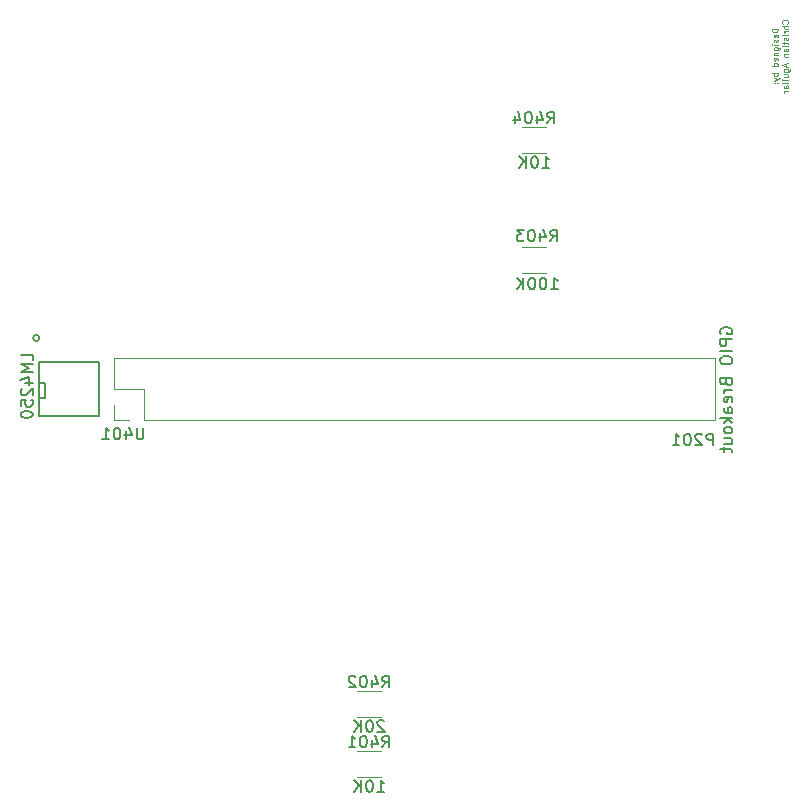
<source format=gbr>
G04 #@! TF.FileFunction,Legend,Bot*
%FSLAX46Y46*%
G04 Gerber Fmt 4.6, Leading zero omitted, Abs format (unit mm)*
G04 Created by KiCad (PCBNEW 4.0.4-stable) date 04/16/17 22:08:56*
%MOMM*%
%LPD*%
G01*
G04 APERTURE LIST*
%ADD10C,0.100000*%
%ADD11C,0.125000*%
%ADD12C,0.200000*%
%ADD13C,0.120000*%
%ADD14C,0.150000*%
G04 APERTURE END LIST*
D10*
D11*
X181906690Y-41910287D02*
X181406690Y-41910287D01*
X181406690Y-42029334D01*
X181430500Y-42100763D01*
X181478119Y-42148382D01*
X181525738Y-42172191D01*
X181620976Y-42196001D01*
X181692405Y-42196001D01*
X181787643Y-42172191D01*
X181835262Y-42148382D01*
X181882881Y-42100763D01*
X181906690Y-42029334D01*
X181906690Y-41910287D01*
X181882881Y-42600763D02*
X181906690Y-42553144D01*
X181906690Y-42457906D01*
X181882881Y-42410287D01*
X181835262Y-42386477D01*
X181644786Y-42386477D01*
X181597167Y-42410287D01*
X181573357Y-42457906D01*
X181573357Y-42553144D01*
X181597167Y-42600763D01*
X181644786Y-42624572D01*
X181692405Y-42624572D01*
X181740024Y-42386477D01*
X181882881Y-42815048D02*
X181906690Y-42862667D01*
X181906690Y-42957905D01*
X181882881Y-43005524D01*
X181835262Y-43029334D01*
X181811452Y-43029334D01*
X181763833Y-43005524D01*
X181740024Y-42957905D01*
X181740024Y-42886477D01*
X181716214Y-42838858D01*
X181668595Y-42815048D01*
X181644786Y-42815048D01*
X181597167Y-42838858D01*
X181573357Y-42886477D01*
X181573357Y-42957905D01*
X181597167Y-43005524D01*
X181906690Y-43243620D02*
X181573357Y-43243620D01*
X181406690Y-43243620D02*
X181430500Y-43219810D01*
X181454310Y-43243620D01*
X181430500Y-43267429D01*
X181406690Y-43243620D01*
X181454310Y-43243620D01*
X181573357Y-43696000D02*
X181978119Y-43696000D01*
X182025738Y-43672191D01*
X182049548Y-43648381D01*
X182073357Y-43600762D01*
X182073357Y-43529334D01*
X182049548Y-43481715D01*
X181882881Y-43696000D02*
X181906690Y-43648381D01*
X181906690Y-43553143D01*
X181882881Y-43505524D01*
X181859071Y-43481715D01*
X181811452Y-43457905D01*
X181668595Y-43457905D01*
X181620976Y-43481715D01*
X181597167Y-43505524D01*
X181573357Y-43553143D01*
X181573357Y-43648381D01*
X181597167Y-43696000D01*
X181573357Y-43934096D02*
X181906690Y-43934096D01*
X181620976Y-43934096D02*
X181597167Y-43957905D01*
X181573357Y-44005524D01*
X181573357Y-44076953D01*
X181597167Y-44124572D01*
X181644786Y-44148381D01*
X181906690Y-44148381D01*
X181882881Y-44576953D02*
X181906690Y-44529334D01*
X181906690Y-44434096D01*
X181882881Y-44386477D01*
X181835262Y-44362667D01*
X181644786Y-44362667D01*
X181597167Y-44386477D01*
X181573357Y-44434096D01*
X181573357Y-44529334D01*
X181597167Y-44576953D01*
X181644786Y-44600762D01*
X181692405Y-44600762D01*
X181740024Y-44362667D01*
X181906690Y-45029333D02*
X181406690Y-45029333D01*
X181882881Y-45029333D02*
X181906690Y-44981714D01*
X181906690Y-44886476D01*
X181882881Y-44838857D01*
X181859071Y-44815048D01*
X181811452Y-44791238D01*
X181668595Y-44791238D01*
X181620976Y-44815048D01*
X181597167Y-44838857D01*
X181573357Y-44886476D01*
X181573357Y-44981714D01*
X181597167Y-45029333D01*
X181906690Y-45648381D02*
X181406690Y-45648381D01*
X181597167Y-45648381D02*
X181573357Y-45696000D01*
X181573357Y-45791238D01*
X181597167Y-45838857D01*
X181620976Y-45862666D01*
X181668595Y-45886476D01*
X181811452Y-45886476D01*
X181859071Y-45862666D01*
X181882881Y-45838857D01*
X181906690Y-45791238D01*
X181906690Y-45696000D01*
X181882881Y-45648381D01*
X181573357Y-46053143D02*
X181906690Y-46172190D01*
X181573357Y-46291238D02*
X181906690Y-46172190D01*
X182025738Y-46124571D01*
X182049548Y-46100762D01*
X182073357Y-46053143D01*
X181859071Y-46481714D02*
X181882881Y-46505523D01*
X181906690Y-46481714D01*
X181882881Y-46457904D01*
X181859071Y-46481714D01*
X181906690Y-46481714D01*
X181597167Y-46481714D02*
X181620976Y-46505523D01*
X181644786Y-46481714D01*
X181620976Y-46457904D01*
X181597167Y-46481714D01*
X181644786Y-46481714D01*
X182734071Y-41446001D02*
X182757881Y-41422191D01*
X182781690Y-41350763D01*
X182781690Y-41303144D01*
X182757881Y-41231715D01*
X182710262Y-41184096D01*
X182662643Y-41160287D01*
X182567405Y-41136477D01*
X182495976Y-41136477D01*
X182400738Y-41160287D01*
X182353119Y-41184096D01*
X182305500Y-41231715D01*
X182281690Y-41303144D01*
X182281690Y-41350763D01*
X182305500Y-41422191D01*
X182329310Y-41446001D01*
X182781690Y-41660287D02*
X182281690Y-41660287D01*
X182781690Y-41874572D02*
X182519786Y-41874572D01*
X182472167Y-41850763D01*
X182448357Y-41803144D01*
X182448357Y-41731715D01*
X182472167Y-41684096D01*
X182495976Y-41660287D01*
X182781690Y-42112668D02*
X182448357Y-42112668D01*
X182543595Y-42112668D02*
X182495976Y-42136477D01*
X182472167Y-42160287D01*
X182448357Y-42207906D01*
X182448357Y-42255525D01*
X182781690Y-42422192D02*
X182448357Y-42422192D01*
X182281690Y-42422192D02*
X182305500Y-42398382D01*
X182329310Y-42422192D01*
X182305500Y-42446001D01*
X182281690Y-42422192D01*
X182329310Y-42422192D01*
X182757881Y-42636477D02*
X182781690Y-42684096D01*
X182781690Y-42779334D01*
X182757881Y-42826953D01*
X182710262Y-42850763D01*
X182686452Y-42850763D01*
X182638833Y-42826953D01*
X182615024Y-42779334D01*
X182615024Y-42707906D01*
X182591214Y-42660287D01*
X182543595Y-42636477D01*
X182519786Y-42636477D01*
X182472167Y-42660287D01*
X182448357Y-42707906D01*
X182448357Y-42779334D01*
X182472167Y-42826953D01*
X182448357Y-42993620D02*
X182448357Y-43184096D01*
X182281690Y-43065049D02*
X182710262Y-43065049D01*
X182757881Y-43088858D01*
X182781690Y-43136477D01*
X182781690Y-43184096D01*
X182781690Y-43350763D02*
X182448357Y-43350763D01*
X182281690Y-43350763D02*
X182305500Y-43326953D01*
X182329310Y-43350763D01*
X182305500Y-43374572D01*
X182281690Y-43350763D01*
X182329310Y-43350763D01*
X182781690Y-43803143D02*
X182519786Y-43803143D01*
X182472167Y-43779334D01*
X182448357Y-43731715D01*
X182448357Y-43636477D01*
X182472167Y-43588858D01*
X182757881Y-43803143D02*
X182781690Y-43755524D01*
X182781690Y-43636477D01*
X182757881Y-43588858D01*
X182710262Y-43565048D01*
X182662643Y-43565048D01*
X182615024Y-43588858D01*
X182591214Y-43636477D01*
X182591214Y-43755524D01*
X182567405Y-43803143D01*
X182448357Y-44041239D02*
X182781690Y-44041239D01*
X182495976Y-44041239D02*
X182472167Y-44065048D01*
X182448357Y-44112667D01*
X182448357Y-44184096D01*
X182472167Y-44231715D01*
X182519786Y-44255524D01*
X182781690Y-44255524D01*
X182638833Y-44850762D02*
X182638833Y-45088857D01*
X182781690Y-44803143D02*
X182281690Y-44969810D01*
X182781690Y-45136476D01*
X182448357Y-45517428D02*
X182853119Y-45517428D01*
X182900738Y-45493619D01*
X182924548Y-45469809D01*
X182948357Y-45422190D01*
X182948357Y-45350762D01*
X182924548Y-45303143D01*
X182757881Y-45517428D02*
X182781690Y-45469809D01*
X182781690Y-45374571D01*
X182757881Y-45326952D01*
X182734071Y-45303143D01*
X182686452Y-45279333D01*
X182543595Y-45279333D01*
X182495976Y-45303143D01*
X182472167Y-45326952D01*
X182448357Y-45374571D01*
X182448357Y-45469809D01*
X182472167Y-45517428D01*
X182448357Y-45969809D02*
X182781690Y-45969809D01*
X182448357Y-45755524D02*
X182710262Y-45755524D01*
X182757881Y-45779333D01*
X182781690Y-45826952D01*
X182781690Y-45898381D01*
X182757881Y-45946000D01*
X182734071Y-45969809D01*
X182781690Y-46207905D02*
X182448357Y-46207905D01*
X182281690Y-46207905D02*
X182305500Y-46184095D01*
X182329310Y-46207905D01*
X182305500Y-46231714D01*
X182281690Y-46207905D01*
X182329310Y-46207905D01*
X182781690Y-46517428D02*
X182757881Y-46469809D01*
X182710262Y-46446000D01*
X182281690Y-46446000D01*
X182781690Y-46922190D02*
X182519786Y-46922190D01*
X182472167Y-46898381D01*
X182448357Y-46850762D01*
X182448357Y-46755524D01*
X182472167Y-46707905D01*
X182757881Y-46922190D02*
X182781690Y-46874571D01*
X182781690Y-46755524D01*
X182757881Y-46707905D01*
X182710262Y-46684095D01*
X182662643Y-46684095D01*
X182615024Y-46707905D01*
X182591214Y-46755524D01*
X182591214Y-46874571D01*
X182567405Y-46922190D01*
X182781690Y-47160286D02*
X182448357Y-47160286D01*
X182543595Y-47160286D02*
X182495976Y-47184095D01*
X182472167Y-47207905D01*
X182448357Y-47255524D01*
X182448357Y-47303143D01*
D12*
X119380000Y-68072000D02*
G75*
G03X119380000Y-68072000I-254000J0D01*
G01*
D13*
X128270000Y-74990000D02*
X176590000Y-74990000D01*
X176590000Y-74990000D02*
X176590000Y-69790000D01*
X176590000Y-69790000D02*
X125670000Y-69790000D01*
X125670000Y-69790000D02*
X125670000Y-72390000D01*
X125670000Y-72390000D02*
X128270000Y-72390000D01*
X128270000Y-72390000D02*
X128270000Y-74990000D01*
X127000000Y-74990000D02*
X125670000Y-74990000D01*
X125670000Y-74990000D02*
X125670000Y-73720000D01*
X146320000Y-105210000D02*
X148320000Y-105210000D01*
X148320000Y-103070000D02*
X146320000Y-103070000D01*
X146320000Y-100130000D02*
X148320000Y-100130000D01*
X148320000Y-97990000D02*
X146320000Y-97990000D01*
X162290000Y-60398000D02*
X160290000Y-60398000D01*
X160290000Y-62538000D02*
X162290000Y-62538000D01*
X160290000Y-52378000D02*
X162290000Y-52378000D01*
X162290000Y-50238000D02*
X160290000Y-50238000D01*
D14*
X119380000Y-74676000D02*
X124460000Y-74676000D01*
X124460000Y-74676000D02*
X124460000Y-70104000D01*
X124460000Y-70104000D02*
X119380000Y-70104000D01*
X119380000Y-70104000D02*
X119380000Y-74676000D01*
X119380000Y-73152000D02*
X119888000Y-73152000D01*
X119888000Y-73152000D02*
X119888000Y-71882000D01*
X119888000Y-71882000D02*
X119380000Y-71882000D01*
X176442476Y-77160381D02*
X176442476Y-76160381D01*
X176061523Y-76160381D01*
X175966285Y-76208000D01*
X175918666Y-76255619D01*
X175871047Y-76350857D01*
X175871047Y-76493714D01*
X175918666Y-76588952D01*
X175966285Y-76636571D01*
X176061523Y-76684190D01*
X176442476Y-76684190D01*
X175490095Y-76255619D02*
X175442476Y-76208000D01*
X175347238Y-76160381D01*
X175109142Y-76160381D01*
X175013904Y-76208000D01*
X174966285Y-76255619D01*
X174918666Y-76350857D01*
X174918666Y-76446095D01*
X174966285Y-76588952D01*
X175537714Y-77160381D01*
X174918666Y-77160381D01*
X174299619Y-76160381D02*
X174204380Y-76160381D01*
X174109142Y-76208000D01*
X174061523Y-76255619D01*
X174013904Y-76350857D01*
X173966285Y-76541333D01*
X173966285Y-76779429D01*
X174013904Y-76969905D01*
X174061523Y-77065143D01*
X174109142Y-77112762D01*
X174204380Y-77160381D01*
X174299619Y-77160381D01*
X174394857Y-77112762D01*
X174442476Y-77065143D01*
X174490095Y-76969905D01*
X174537714Y-76779429D01*
X174537714Y-76541333D01*
X174490095Y-76350857D01*
X174442476Y-76255619D01*
X174394857Y-76208000D01*
X174299619Y-76160381D01*
X173013904Y-77160381D02*
X173585333Y-77160381D01*
X173299619Y-77160381D02*
X173299619Y-76160381D01*
X173394857Y-76303238D01*
X173490095Y-76398476D01*
X173585333Y-76446095D01*
X177090000Y-67723333D02*
X177042381Y-67628095D01*
X177042381Y-67485238D01*
X177090000Y-67342380D01*
X177185238Y-67247142D01*
X177280476Y-67199523D01*
X177470952Y-67151904D01*
X177613810Y-67151904D01*
X177804286Y-67199523D01*
X177899524Y-67247142D01*
X177994762Y-67342380D01*
X178042381Y-67485238D01*
X178042381Y-67580476D01*
X177994762Y-67723333D01*
X177947143Y-67770952D01*
X177613810Y-67770952D01*
X177613810Y-67580476D01*
X178042381Y-68199523D02*
X177042381Y-68199523D01*
X177042381Y-68580476D01*
X177090000Y-68675714D01*
X177137619Y-68723333D01*
X177232857Y-68770952D01*
X177375714Y-68770952D01*
X177470952Y-68723333D01*
X177518571Y-68675714D01*
X177566190Y-68580476D01*
X177566190Y-68199523D01*
X178042381Y-69199523D02*
X177042381Y-69199523D01*
X177042381Y-69866189D02*
X177042381Y-70056666D01*
X177090000Y-70151904D01*
X177185238Y-70247142D01*
X177375714Y-70294761D01*
X177709048Y-70294761D01*
X177899524Y-70247142D01*
X177994762Y-70151904D01*
X178042381Y-70056666D01*
X178042381Y-69866189D01*
X177994762Y-69770951D01*
X177899524Y-69675713D01*
X177709048Y-69628094D01*
X177375714Y-69628094D01*
X177185238Y-69675713D01*
X177090000Y-69770951D01*
X177042381Y-69866189D01*
X177518571Y-71818571D02*
X177566190Y-71961428D01*
X177613810Y-72009047D01*
X177709048Y-72056666D01*
X177851905Y-72056666D01*
X177947143Y-72009047D01*
X177994762Y-71961428D01*
X178042381Y-71866190D01*
X178042381Y-71485237D01*
X177042381Y-71485237D01*
X177042381Y-71818571D01*
X177090000Y-71913809D01*
X177137619Y-71961428D01*
X177232857Y-72009047D01*
X177328095Y-72009047D01*
X177423333Y-71961428D01*
X177470952Y-71913809D01*
X177518571Y-71818571D01*
X177518571Y-71485237D01*
X178042381Y-72485237D02*
X177375714Y-72485237D01*
X177566190Y-72485237D02*
X177470952Y-72532856D01*
X177423333Y-72580475D01*
X177375714Y-72675713D01*
X177375714Y-72770952D01*
X177994762Y-73485238D02*
X178042381Y-73390000D01*
X178042381Y-73199523D01*
X177994762Y-73104285D01*
X177899524Y-73056666D01*
X177518571Y-73056666D01*
X177423333Y-73104285D01*
X177375714Y-73199523D01*
X177375714Y-73390000D01*
X177423333Y-73485238D01*
X177518571Y-73532857D01*
X177613810Y-73532857D01*
X177709048Y-73056666D01*
X178042381Y-74390000D02*
X177518571Y-74390000D01*
X177423333Y-74342381D01*
X177375714Y-74247143D01*
X177375714Y-74056666D01*
X177423333Y-73961428D01*
X177994762Y-74390000D02*
X178042381Y-74294762D01*
X178042381Y-74056666D01*
X177994762Y-73961428D01*
X177899524Y-73913809D01*
X177804286Y-73913809D01*
X177709048Y-73961428D01*
X177661429Y-74056666D01*
X177661429Y-74294762D01*
X177613810Y-74390000D01*
X178042381Y-74866190D02*
X177042381Y-74866190D01*
X177661429Y-74961428D02*
X178042381Y-75247143D01*
X177375714Y-75247143D02*
X177756667Y-74866190D01*
X178042381Y-75818571D02*
X177994762Y-75723333D01*
X177947143Y-75675714D01*
X177851905Y-75628095D01*
X177566190Y-75628095D01*
X177470952Y-75675714D01*
X177423333Y-75723333D01*
X177375714Y-75818571D01*
X177375714Y-75961429D01*
X177423333Y-76056667D01*
X177470952Y-76104286D01*
X177566190Y-76151905D01*
X177851905Y-76151905D01*
X177947143Y-76104286D01*
X177994762Y-76056667D01*
X178042381Y-75961429D01*
X178042381Y-75818571D01*
X177375714Y-77009048D02*
X178042381Y-77009048D01*
X177375714Y-76580476D02*
X177899524Y-76580476D01*
X177994762Y-76628095D01*
X178042381Y-76723333D01*
X178042381Y-76866191D01*
X177994762Y-76961429D01*
X177947143Y-77009048D01*
X177375714Y-77342381D02*
X177375714Y-77723333D01*
X177042381Y-77485238D02*
X177899524Y-77485238D01*
X177994762Y-77532857D01*
X178042381Y-77628095D01*
X178042381Y-77723333D01*
X148439047Y-102742381D02*
X148772381Y-102266190D01*
X149010476Y-102742381D02*
X149010476Y-101742381D01*
X148629523Y-101742381D01*
X148534285Y-101790000D01*
X148486666Y-101837619D01*
X148439047Y-101932857D01*
X148439047Y-102075714D01*
X148486666Y-102170952D01*
X148534285Y-102218571D01*
X148629523Y-102266190D01*
X149010476Y-102266190D01*
X147581904Y-102075714D02*
X147581904Y-102742381D01*
X147820000Y-101694762D02*
X148058095Y-102409048D01*
X147439047Y-102409048D01*
X146867619Y-101742381D02*
X146772380Y-101742381D01*
X146677142Y-101790000D01*
X146629523Y-101837619D01*
X146581904Y-101932857D01*
X146534285Y-102123333D01*
X146534285Y-102361429D01*
X146581904Y-102551905D01*
X146629523Y-102647143D01*
X146677142Y-102694762D01*
X146772380Y-102742381D01*
X146867619Y-102742381D01*
X146962857Y-102694762D01*
X147010476Y-102647143D01*
X147058095Y-102551905D01*
X147105714Y-102361429D01*
X147105714Y-102123333D01*
X147058095Y-101932857D01*
X147010476Y-101837619D01*
X146962857Y-101790000D01*
X146867619Y-101742381D01*
X145581904Y-102742381D02*
X146153333Y-102742381D01*
X145867619Y-102742381D02*
X145867619Y-101742381D01*
X145962857Y-101885238D01*
X146058095Y-101980476D01*
X146153333Y-102028095D01*
X148010476Y-106492381D02*
X148581905Y-106492381D01*
X148296191Y-106492381D02*
X148296191Y-105492381D01*
X148391429Y-105635238D01*
X148486667Y-105730476D01*
X148581905Y-105778095D01*
X147391429Y-105492381D02*
X147296190Y-105492381D01*
X147200952Y-105540000D01*
X147153333Y-105587619D01*
X147105714Y-105682857D01*
X147058095Y-105873333D01*
X147058095Y-106111429D01*
X147105714Y-106301905D01*
X147153333Y-106397143D01*
X147200952Y-106444762D01*
X147296190Y-106492381D01*
X147391429Y-106492381D01*
X147486667Y-106444762D01*
X147534286Y-106397143D01*
X147581905Y-106301905D01*
X147629524Y-106111429D01*
X147629524Y-105873333D01*
X147581905Y-105682857D01*
X147534286Y-105587619D01*
X147486667Y-105540000D01*
X147391429Y-105492381D01*
X146629524Y-106492381D02*
X146629524Y-105492381D01*
X146058095Y-106492381D02*
X146486667Y-105920952D01*
X146058095Y-105492381D02*
X146629524Y-106063810D01*
X148439047Y-97662381D02*
X148772381Y-97186190D01*
X149010476Y-97662381D02*
X149010476Y-96662381D01*
X148629523Y-96662381D01*
X148534285Y-96710000D01*
X148486666Y-96757619D01*
X148439047Y-96852857D01*
X148439047Y-96995714D01*
X148486666Y-97090952D01*
X148534285Y-97138571D01*
X148629523Y-97186190D01*
X149010476Y-97186190D01*
X147581904Y-96995714D02*
X147581904Y-97662381D01*
X147820000Y-96614762D02*
X148058095Y-97329048D01*
X147439047Y-97329048D01*
X146867619Y-96662381D02*
X146772380Y-96662381D01*
X146677142Y-96710000D01*
X146629523Y-96757619D01*
X146581904Y-96852857D01*
X146534285Y-97043333D01*
X146534285Y-97281429D01*
X146581904Y-97471905D01*
X146629523Y-97567143D01*
X146677142Y-97614762D01*
X146772380Y-97662381D01*
X146867619Y-97662381D01*
X146962857Y-97614762D01*
X147010476Y-97567143D01*
X147058095Y-97471905D01*
X147105714Y-97281429D01*
X147105714Y-97043333D01*
X147058095Y-96852857D01*
X147010476Y-96757619D01*
X146962857Y-96710000D01*
X146867619Y-96662381D01*
X146153333Y-96757619D02*
X146105714Y-96710000D01*
X146010476Y-96662381D01*
X145772380Y-96662381D01*
X145677142Y-96710000D01*
X145629523Y-96757619D01*
X145581904Y-96852857D01*
X145581904Y-96948095D01*
X145629523Y-97090952D01*
X146200952Y-97662381D01*
X145581904Y-97662381D01*
X148581905Y-100507619D02*
X148534286Y-100460000D01*
X148439048Y-100412381D01*
X148200952Y-100412381D01*
X148105714Y-100460000D01*
X148058095Y-100507619D01*
X148010476Y-100602857D01*
X148010476Y-100698095D01*
X148058095Y-100840952D01*
X148629524Y-101412381D01*
X148010476Y-101412381D01*
X147391429Y-100412381D02*
X147296190Y-100412381D01*
X147200952Y-100460000D01*
X147153333Y-100507619D01*
X147105714Y-100602857D01*
X147058095Y-100793333D01*
X147058095Y-101031429D01*
X147105714Y-101221905D01*
X147153333Y-101317143D01*
X147200952Y-101364762D01*
X147296190Y-101412381D01*
X147391429Y-101412381D01*
X147486667Y-101364762D01*
X147534286Y-101317143D01*
X147581905Y-101221905D01*
X147629524Y-101031429D01*
X147629524Y-100793333D01*
X147581905Y-100602857D01*
X147534286Y-100507619D01*
X147486667Y-100460000D01*
X147391429Y-100412381D01*
X146629524Y-101412381D02*
X146629524Y-100412381D01*
X146058095Y-101412381D02*
X146486667Y-100840952D01*
X146058095Y-100412381D02*
X146629524Y-100983810D01*
X162663047Y-59888381D02*
X162996381Y-59412190D01*
X163234476Y-59888381D02*
X163234476Y-58888381D01*
X162853523Y-58888381D01*
X162758285Y-58936000D01*
X162710666Y-58983619D01*
X162663047Y-59078857D01*
X162663047Y-59221714D01*
X162710666Y-59316952D01*
X162758285Y-59364571D01*
X162853523Y-59412190D01*
X163234476Y-59412190D01*
X161805904Y-59221714D02*
X161805904Y-59888381D01*
X162044000Y-58840762D02*
X162282095Y-59555048D01*
X161663047Y-59555048D01*
X161091619Y-58888381D02*
X160996380Y-58888381D01*
X160901142Y-58936000D01*
X160853523Y-58983619D01*
X160805904Y-59078857D01*
X160758285Y-59269333D01*
X160758285Y-59507429D01*
X160805904Y-59697905D01*
X160853523Y-59793143D01*
X160901142Y-59840762D01*
X160996380Y-59888381D01*
X161091619Y-59888381D01*
X161186857Y-59840762D01*
X161234476Y-59793143D01*
X161282095Y-59697905D01*
X161329714Y-59507429D01*
X161329714Y-59269333D01*
X161282095Y-59078857D01*
X161234476Y-58983619D01*
X161186857Y-58936000D01*
X161091619Y-58888381D01*
X160424952Y-58888381D02*
X159805904Y-58888381D01*
X160139238Y-59269333D01*
X159996380Y-59269333D01*
X159901142Y-59316952D01*
X159853523Y-59364571D01*
X159805904Y-59459810D01*
X159805904Y-59697905D01*
X159853523Y-59793143D01*
X159901142Y-59840762D01*
X159996380Y-59888381D01*
X160282095Y-59888381D01*
X160377333Y-59840762D01*
X160424952Y-59793143D01*
X162710666Y-63952381D02*
X163282095Y-63952381D01*
X162996381Y-63952381D02*
X162996381Y-62952381D01*
X163091619Y-63095238D01*
X163186857Y-63190476D01*
X163282095Y-63238095D01*
X162091619Y-62952381D02*
X161996380Y-62952381D01*
X161901142Y-63000000D01*
X161853523Y-63047619D01*
X161805904Y-63142857D01*
X161758285Y-63333333D01*
X161758285Y-63571429D01*
X161805904Y-63761905D01*
X161853523Y-63857143D01*
X161901142Y-63904762D01*
X161996380Y-63952381D01*
X162091619Y-63952381D01*
X162186857Y-63904762D01*
X162234476Y-63857143D01*
X162282095Y-63761905D01*
X162329714Y-63571429D01*
X162329714Y-63333333D01*
X162282095Y-63142857D01*
X162234476Y-63047619D01*
X162186857Y-63000000D01*
X162091619Y-62952381D01*
X161139238Y-62952381D02*
X161043999Y-62952381D01*
X160948761Y-63000000D01*
X160901142Y-63047619D01*
X160853523Y-63142857D01*
X160805904Y-63333333D01*
X160805904Y-63571429D01*
X160853523Y-63761905D01*
X160901142Y-63857143D01*
X160948761Y-63904762D01*
X161043999Y-63952381D01*
X161139238Y-63952381D01*
X161234476Y-63904762D01*
X161282095Y-63857143D01*
X161329714Y-63761905D01*
X161377333Y-63571429D01*
X161377333Y-63333333D01*
X161329714Y-63142857D01*
X161282095Y-63047619D01*
X161234476Y-63000000D01*
X161139238Y-62952381D01*
X160377333Y-63952381D02*
X160377333Y-62952381D01*
X159805904Y-63952381D02*
X160234476Y-63380952D01*
X159805904Y-62952381D02*
X160377333Y-63523810D01*
X162409047Y-49910381D02*
X162742381Y-49434190D01*
X162980476Y-49910381D02*
X162980476Y-48910381D01*
X162599523Y-48910381D01*
X162504285Y-48958000D01*
X162456666Y-49005619D01*
X162409047Y-49100857D01*
X162409047Y-49243714D01*
X162456666Y-49338952D01*
X162504285Y-49386571D01*
X162599523Y-49434190D01*
X162980476Y-49434190D01*
X161551904Y-49243714D02*
X161551904Y-49910381D01*
X161790000Y-48862762D02*
X162028095Y-49577048D01*
X161409047Y-49577048D01*
X160837619Y-48910381D02*
X160742380Y-48910381D01*
X160647142Y-48958000D01*
X160599523Y-49005619D01*
X160551904Y-49100857D01*
X160504285Y-49291333D01*
X160504285Y-49529429D01*
X160551904Y-49719905D01*
X160599523Y-49815143D01*
X160647142Y-49862762D01*
X160742380Y-49910381D01*
X160837619Y-49910381D01*
X160932857Y-49862762D01*
X160980476Y-49815143D01*
X161028095Y-49719905D01*
X161075714Y-49529429D01*
X161075714Y-49291333D01*
X161028095Y-49100857D01*
X160980476Y-49005619D01*
X160932857Y-48958000D01*
X160837619Y-48910381D01*
X159647142Y-49243714D02*
X159647142Y-49910381D01*
X159885238Y-48862762D02*
X160123333Y-49577048D01*
X159504285Y-49577048D01*
X161980476Y-53660381D02*
X162551905Y-53660381D01*
X162266191Y-53660381D02*
X162266191Y-52660381D01*
X162361429Y-52803238D01*
X162456667Y-52898476D01*
X162551905Y-52946095D01*
X161361429Y-52660381D02*
X161266190Y-52660381D01*
X161170952Y-52708000D01*
X161123333Y-52755619D01*
X161075714Y-52850857D01*
X161028095Y-53041333D01*
X161028095Y-53279429D01*
X161075714Y-53469905D01*
X161123333Y-53565143D01*
X161170952Y-53612762D01*
X161266190Y-53660381D01*
X161361429Y-53660381D01*
X161456667Y-53612762D01*
X161504286Y-53565143D01*
X161551905Y-53469905D01*
X161599524Y-53279429D01*
X161599524Y-53041333D01*
X161551905Y-52850857D01*
X161504286Y-52755619D01*
X161456667Y-52708000D01*
X161361429Y-52660381D01*
X160599524Y-53660381D02*
X160599524Y-52660381D01*
X160028095Y-53660381D02*
X160456667Y-53088952D01*
X160028095Y-52660381D02*
X160599524Y-53231810D01*
X128206286Y-75652381D02*
X128206286Y-76461905D01*
X128158667Y-76557143D01*
X128111048Y-76604762D01*
X128015810Y-76652381D01*
X127825333Y-76652381D01*
X127730095Y-76604762D01*
X127682476Y-76557143D01*
X127634857Y-76461905D01*
X127634857Y-75652381D01*
X126730095Y-75985714D02*
X126730095Y-76652381D01*
X126968191Y-75604762D02*
X127206286Y-76319048D01*
X126587238Y-76319048D01*
X126015810Y-75652381D02*
X125920571Y-75652381D01*
X125825333Y-75700000D01*
X125777714Y-75747619D01*
X125730095Y-75842857D01*
X125682476Y-76033333D01*
X125682476Y-76271429D01*
X125730095Y-76461905D01*
X125777714Y-76557143D01*
X125825333Y-76604762D01*
X125920571Y-76652381D01*
X126015810Y-76652381D01*
X126111048Y-76604762D01*
X126158667Y-76557143D01*
X126206286Y-76461905D01*
X126253905Y-76271429D01*
X126253905Y-76033333D01*
X126206286Y-75842857D01*
X126158667Y-75747619D01*
X126111048Y-75700000D01*
X126015810Y-75652381D01*
X124730095Y-76652381D02*
X125301524Y-76652381D01*
X125015810Y-76652381D02*
X125015810Y-75652381D01*
X125111048Y-75795238D01*
X125206286Y-75890476D01*
X125301524Y-75938095D01*
X118816381Y-69969334D02*
X118816381Y-69493143D01*
X117816381Y-69493143D01*
X118816381Y-70302667D02*
X117816381Y-70302667D01*
X118530667Y-70636001D01*
X117816381Y-70969334D01*
X118816381Y-70969334D01*
X118149714Y-71874096D02*
X118816381Y-71874096D01*
X117768762Y-71636000D02*
X118483048Y-71397905D01*
X118483048Y-72016953D01*
X117911619Y-72350286D02*
X117864000Y-72397905D01*
X117816381Y-72493143D01*
X117816381Y-72731239D01*
X117864000Y-72826477D01*
X117911619Y-72874096D01*
X118006857Y-72921715D01*
X118102095Y-72921715D01*
X118244952Y-72874096D01*
X118816381Y-72302667D01*
X118816381Y-72921715D01*
X117816381Y-73826477D02*
X117816381Y-73350286D01*
X118292571Y-73302667D01*
X118244952Y-73350286D01*
X118197333Y-73445524D01*
X118197333Y-73683620D01*
X118244952Y-73778858D01*
X118292571Y-73826477D01*
X118387810Y-73874096D01*
X118625905Y-73874096D01*
X118721143Y-73826477D01*
X118768762Y-73778858D01*
X118816381Y-73683620D01*
X118816381Y-73445524D01*
X118768762Y-73350286D01*
X118721143Y-73302667D01*
X117816381Y-74493143D02*
X117816381Y-74588382D01*
X117864000Y-74683620D01*
X117911619Y-74731239D01*
X118006857Y-74778858D01*
X118197333Y-74826477D01*
X118435429Y-74826477D01*
X118625905Y-74778858D01*
X118721143Y-74731239D01*
X118768762Y-74683620D01*
X118816381Y-74588382D01*
X118816381Y-74493143D01*
X118768762Y-74397905D01*
X118721143Y-74350286D01*
X118625905Y-74302667D01*
X118435429Y-74255048D01*
X118197333Y-74255048D01*
X118006857Y-74302667D01*
X117911619Y-74350286D01*
X117864000Y-74397905D01*
X117816381Y-74493143D01*
M02*

</source>
